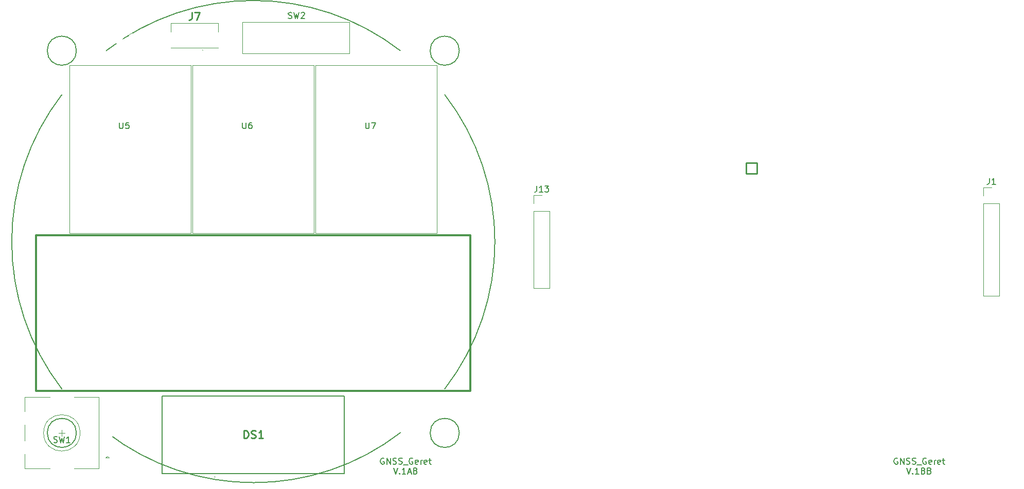
<source format=gto>
G04 #@! TF.GenerationSoftware,KiCad,Pcbnew,8.0.4*
G04 #@! TF.CreationDate,2024-07-29T21:25:00+02:00*
G04 #@! TF.ProjectId,gps,6770732e-6b69-4636-9164-5f7063625858,rev?*
G04 #@! TF.SameCoordinates,Original*
G04 #@! TF.FileFunction,Legend,Top*
G04 #@! TF.FilePolarity,Positive*
%FSLAX46Y46*%
G04 Gerber Fmt 4.6, Leading zero omitted, Abs format (unit mm)*
G04 Created by KiCad (PCBNEW 8.0.4) date 2024-07-29 21:25:00*
%MOMM*%
%LPD*%
G01*
G04 APERTURE LIST*
G04 Aperture macros list*
%AMRoundRect*
0 Rectangle with rounded corners*
0 $1 Rounding radius*
0 $2 $3 $4 $5 $6 $7 $8 $9 X,Y pos of 4 corners*
0 Add a 4 corners polygon primitive as box body*
4,1,4,$2,$3,$4,$5,$6,$7,$8,$9,$2,$3,0*
0 Add four circle primitives for the rounded corners*
1,1,$1+$1,$2,$3*
1,1,$1+$1,$4,$5*
1,1,$1+$1,$6,$7*
1,1,$1+$1,$8,$9*
0 Add four rect primitives between the rounded corners*
20,1,$1+$1,$2,$3,$4,$5,0*
20,1,$1+$1,$4,$5,$6,$7,0*
20,1,$1+$1,$6,$7,$8,$9,0*
20,1,$1+$1,$8,$9,$2,$3,0*%
G04 Aperture macros list end*
%ADD10C,0.150000*%
%ADD11C,0.254000*%
%ADD12C,0.120000*%
%ADD13C,0.100000*%
%ADD14C,0.300000*%
%ADD15C,0.200000*%
%ADD16C,1.700000*%
%ADD17C,4.300000*%
%ADD18C,1.800000*%
%ADD19C,1.600000*%
%ADD20C,0.800000*%
%ADD21C,1.803150*%
%ADD22R,1.700000X1.700000*%
%ADD23O,1.700000X1.700000*%
%ADD24R,1.337000X1.337000*%
%ADD25C,1.337000*%
%ADD26R,2.000000X2.000000*%
%ADD27C,2.000000*%
%ADD28RoundRect,0.102000X0.900000X0.900000X-0.900000X0.900000X-0.900000X-0.900000X0.900000X-0.900000X0*%
%ADD29C,2.004000*%
%ADD30C,2.300000*%
G04 APERTURE END LIST*
D10*
X125500000Y-58750000D02*
G75*
G02*
X125500000Y-107250000I-31500070J-24250000D01*
G01*
X118269930Y-114426334D02*
G75*
G02*
X69869930Y-114426334I-24200000J31254975D01*
G01*
X69800000Y-51500000D02*
G75*
G02*
X118200000Y-51500000I24200000J-31254975D01*
G01*
X64900000Y-114500000D02*
G75*
G02*
X60100000Y-114500000I-2400000J0D01*
G01*
X60100000Y-114500000D02*
G75*
G02*
X64900000Y-114500000I2400000J0D01*
G01*
X127900000Y-51500000D02*
G75*
G02*
X123100000Y-51500000I-2400000J0D01*
G01*
X123100000Y-51500000D02*
G75*
G02*
X127900000Y-51500000I2400000J0D01*
G01*
X64900000Y-51500000D02*
G75*
G02*
X60100000Y-51500000I-2400000J0D01*
G01*
X60100000Y-51500000D02*
G75*
G02*
X64900000Y-51500000I2400000J0D01*
G01*
X127900000Y-114500000D02*
G75*
G02*
X123100000Y-114500000I-2400000J0D01*
G01*
X123100000Y-114500000D02*
G75*
G02*
X127900000Y-114500000I2400000J0D01*
G01*
X62500000Y-107250000D02*
G75*
G02*
X62500000Y-58750000I31566670J24250000D01*
G01*
X115502380Y-118697550D02*
X115407142Y-118649931D01*
X115407142Y-118649931D02*
X115264285Y-118649931D01*
X115264285Y-118649931D02*
X115121428Y-118697550D01*
X115121428Y-118697550D02*
X115026190Y-118792788D01*
X115026190Y-118792788D02*
X114978571Y-118888026D01*
X114978571Y-118888026D02*
X114930952Y-119078502D01*
X114930952Y-119078502D02*
X114930952Y-119221359D01*
X114930952Y-119221359D02*
X114978571Y-119411835D01*
X114978571Y-119411835D02*
X115026190Y-119507073D01*
X115026190Y-119507073D02*
X115121428Y-119602312D01*
X115121428Y-119602312D02*
X115264285Y-119649931D01*
X115264285Y-119649931D02*
X115359523Y-119649931D01*
X115359523Y-119649931D02*
X115502380Y-119602312D01*
X115502380Y-119602312D02*
X115549999Y-119554692D01*
X115549999Y-119554692D02*
X115549999Y-119221359D01*
X115549999Y-119221359D02*
X115359523Y-119221359D01*
X115978571Y-119649931D02*
X115978571Y-118649931D01*
X115978571Y-118649931D02*
X116549999Y-119649931D01*
X116549999Y-119649931D02*
X116549999Y-118649931D01*
X116978571Y-119602312D02*
X117121428Y-119649931D01*
X117121428Y-119649931D02*
X117359523Y-119649931D01*
X117359523Y-119649931D02*
X117454761Y-119602312D01*
X117454761Y-119602312D02*
X117502380Y-119554692D01*
X117502380Y-119554692D02*
X117549999Y-119459454D01*
X117549999Y-119459454D02*
X117549999Y-119364216D01*
X117549999Y-119364216D02*
X117502380Y-119268978D01*
X117502380Y-119268978D02*
X117454761Y-119221359D01*
X117454761Y-119221359D02*
X117359523Y-119173740D01*
X117359523Y-119173740D02*
X117169047Y-119126121D01*
X117169047Y-119126121D02*
X117073809Y-119078502D01*
X117073809Y-119078502D02*
X117026190Y-119030883D01*
X117026190Y-119030883D02*
X116978571Y-118935645D01*
X116978571Y-118935645D02*
X116978571Y-118840407D01*
X116978571Y-118840407D02*
X117026190Y-118745169D01*
X117026190Y-118745169D02*
X117073809Y-118697550D01*
X117073809Y-118697550D02*
X117169047Y-118649931D01*
X117169047Y-118649931D02*
X117407142Y-118649931D01*
X117407142Y-118649931D02*
X117549999Y-118697550D01*
X117930952Y-119602312D02*
X118073809Y-119649931D01*
X118073809Y-119649931D02*
X118311904Y-119649931D01*
X118311904Y-119649931D02*
X118407142Y-119602312D01*
X118407142Y-119602312D02*
X118454761Y-119554692D01*
X118454761Y-119554692D02*
X118502380Y-119459454D01*
X118502380Y-119459454D02*
X118502380Y-119364216D01*
X118502380Y-119364216D02*
X118454761Y-119268978D01*
X118454761Y-119268978D02*
X118407142Y-119221359D01*
X118407142Y-119221359D02*
X118311904Y-119173740D01*
X118311904Y-119173740D02*
X118121428Y-119126121D01*
X118121428Y-119126121D02*
X118026190Y-119078502D01*
X118026190Y-119078502D02*
X117978571Y-119030883D01*
X117978571Y-119030883D02*
X117930952Y-118935645D01*
X117930952Y-118935645D02*
X117930952Y-118840407D01*
X117930952Y-118840407D02*
X117978571Y-118745169D01*
X117978571Y-118745169D02*
X118026190Y-118697550D01*
X118026190Y-118697550D02*
X118121428Y-118649931D01*
X118121428Y-118649931D02*
X118359523Y-118649931D01*
X118359523Y-118649931D02*
X118502380Y-118697550D01*
X118692857Y-119745169D02*
X119454761Y-119745169D01*
X120216666Y-118697550D02*
X120121428Y-118649931D01*
X120121428Y-118649931D02*
X119978571Y-118649931D01*
X119978571Y-118649931D02*
X119835714Y-118697550D01*
X119835714Y-118697550D02*
X119740476Y-118792788D01*
X119740476Y-118792788D02*
X119692857Y-118888026D01*
X119692857Y-118888026D02*
X119645238Y-119078502D01*
X119645238Y-119078502D02*
X119645238Y-119221359D01*
X119645238Y-119221359D02*
X119692857Y-119411835D01*
X119692857Y-119411835D02*
X119740476Y-119507073D01*
X119740476Y-119507073D02*
X119835714Y-119602312D01*
X119835714Y-119602312D02*
X119978571Y-119649931D01*
X119978571Y-119649931D02*
X120073809Y-119649931D01*
X120073809Y-119649931D02*
X120216666Y-119602312D01*
X120216666Y-119602312D02*
X120264285Y-119554692D01*
X120264285Y-119554692D02*
X120264285Y-119221359D01*
X120264285Y-119221359D02*
X120073809Y-119221359D01*
X121073809Y-119602312D02*
X120978571Y-119649931D01*
X120978571Y-119649931D02*
X120788095Y-119649931D01*
X120788095Y-119649931D02*
X120692857Y-119602312D01*
X120692857Y-119602312D02*
X120645238Y-119507073D01*
X120645238Y-119507073D02*
X120645238Y-119126121D01*
X120645238Y-119126121D02*
X120692857Y-119030883D01*
X120692857Y-119030883D02*
X120788095Y-118983264D01*
X120788095Y-118983264D02*
X120978571Y-118983264D01*
X120978571Y-118983264D02*
X121073809Y-119030883D01*
X121073809Y-119030883D02*
X121121428Y-119126121D01*
X121121428Y-119126121D02*
X121121428Y-119221359D01*
X121121428Y-119221359D02*
X120645238Y-119316597D01*
X121550000Y-119649931D02*
X121550000Y-118983264D01*
X121550000Y-119173740D02*
X121597619Y-119078502D01*
X121597619Y-119078502D02*
X121645238Y-119030883D01*
X121645238Y-119030883D02*
X121740476Y-118983264D01*
X121740476Y-118983264D02*
X121835714Y-118983264D01*
X122550000Y-119602312D02*
X122454762Y-119649931D01*
X122454762Y-119649931D02*
X122264286Y-119649931D01*
X122264286Y-119649931D02*
X122169048Y-119602312D01*
X122169048Y-119602312D02*
X122121429Y-119507073D01*
X122121429Y-119507073D02*
X122121429Y-119126121D01*
X122121429Y-119126121D02*
X122169048Y-119030883D01*
X122169048Y-119030883D02*
X122264286Y-118983264D01*
X122264286Y-118983264D02*
X122454762Y-118983264D01*
X122454762Y-118983264D02*
X122550000Y-119030883D01*
X122550000Y-119030883D02*
X122597619Y-119126121D01*
X122597619Y-119126121D02*
X122597619Y-119221359D01*
X122597619Y-119221359D02*
X122121429Y-119316597D01*
X122883334Y-118983264D02*
X123264286Y-118983264D01*
X123026191Y-118649931D02*
X123026191Y-119507073D01*
X123026191Y-119507073D02*
X123073810Y-119602312D01*
X123073810Y-119602312D02*
X123169048Y-119649931D01*
X123169048Y-119649931D02*
X123264286Y-119649931D01*
X117073810Y-120259875D02*
X117407143Y-121259875D01*
X117407143Y-121259875D02*
X117740476Y-120259875D01*
X118073810Y-121164636D02*
X118121429Y-121212256D01*
X118121429Y-121212256D02*
X118073810Y-121259875D01*
X118073810Y-121259875D02*
X118026191Y-121212256D01*
X118026191Y-121212256D02*
X118073810Y-121164636D01*
X118073810Y-121164636D02*
X118073810Y-121259875D01*
X119073809Y-121259875D02*
X118502381Y-121259875D01*
X118788095Y-121259875D02*
X118788095Y-120259875D01*
X118788095Y-120259875D02*
X118692857Y-120402732D01*
X118692857Y-120402732D02*
X118597619Y-120497970D01*
X118597619Y-120497970D02*
X118502381Y-120545589D01*
X119454762Y-120974160D02*
X119930952Y-120974160D01*
X119359524Y-121259875D02*
X119692857Y-120259875D01*
X119692857Y-120259875D02*
X120026190Y-121259875D01*
X120692857Y-120736065D02*
X120835714Y-120783684D01*
X120835714Y-120783684D02*
X120883333Y-120831303D01*
X120883333Y-120831303D02*
X120930952Y-120926541D01*
X120930952Y-120926541D02*
X120930952Y-121069398D01*
X120930952Y-121069398D02*
X120883333Y-121164636D01*
X120883333Y-121164636D02*
X120835714Y-121212256D01*
X120835714Y-121212256D02*
X120740476Y-121259875D01*
X120740476Y-121259875D02*
X120359524Y-121259875D01*
X120359524Y-121259875D02*
X120359524Y-120259875D01*
X120359524Y-120259875D02*
X120692857Y-120259875D01*
X120692857Y-120259875D02*
X120788095Y-120307494D01*
X120788095Y-120307494D02*
X120835714Y-120355113D01*
X120835714Y-120355113D02*
X120883333Y-120450351D01*
X120883333Y-120450351D02*
X120883333Y-120545589D01*
X120883333Y-120545589D02*
X120835714Y-120640827D01*
X120835714Y-120640827D02*
X120788095Y-120688446D01*
X120788095Y-120688446D02*
X120692857Y-120736065D01*
X120692857Y-120736065D02*
X120359524Y-120736065D01*
X200002380Y-118697550D02*
X199907142Y-118649931D01*
X199907142Y-118649931D02*
X199764285Y-118649931D01*
X199764285Y-118649931D02*
X199621428Y-118697550D01*
X199621428Y-118697550D02*
X199526190Y-118792788D01*
X199526190Y-118792788D02*
X199478571Y-118888026D01*
X199478571Y-118888026D02*
X199430952Y-119078502D01*
X199430952Y-119078502D02*
X199430952Y-119221359D01*
X199430952Y-119221359D02*
X199478571Y-119411835D01*
X199478571Y-119411835D02*
X199526190Y-119507073D01*
X199526190Y-119507073D02*
X199621428Y-119602312D01*
X199621428Y-119602312D02*
X199764285Y-119649931D01*
X199764285Y-119649931D02*
X199859523Y-119649931D01*
X199859523Y-119649931D02*
X200002380Y-119602312D01*
X200002380Y-119602312D02*
X200049999Y-119554692D01*
X200049999Y-119554692D02*
X200049999Y-119221359D01*
X200049999Y-119221359D02*
X199859523Y-119221359D01*
X200478571Y-119649931D02*
X200478571Y-118649931D01*
X200478571Y-118649931D02*
X201049999Y-119649931D01*
X201049999Y-119649931D02*
X201049999Y-118649931D01*
X201478571Y-119602312D02*
X201621428Y-119649931D01*
X201621428Y-119649931D02*
X201859523Y-119649931D01*
X201859523Y-119649931D02*
X201954761Y-119602312D01*
X201954761Y-119602312D02*
X202002380Y-119554692D01*
X202002380Y-119554692D02*
X202049999Y-119459454D01*
X202049999Y-119459454D02*
X202049999Y-119364216D01*
X202049999Y-119364216D02*
X202002380Y-119268978D01*
X202002380Y-119268978D02*
X201954761Y-119221359D01*
X201954761Y-119221359D02*
X201859523Y-119173740D01*
X201859523Y-119173740D02*
X201669047Y-119126121D01*
X201669047Y-119126121D02*
X201573809Y-119078502D01*
X201573809Y-119078502D02*
X201526190Y-119030883D01*
X201526190Y-119030883D02*
X201478571Y-118935645D01*
X201478571Y-118935645D02*
X201478571Y-118840407D01*
X201478571Y-118840407D02*
X201526190Y-118745169D01*
X201526190Y-118745169D02*
X201573809Y-118697550D01*
X201573809Y-118697550D02*
X201669047Y-118649931D01*
X201669047Y-118649931D02*
X201907142Y-118649931D01*
X201907142Y-118649931D02*
X202049999Y-118697550D01*
X202430952Y-119602312D02*
X202573809Y-119649931D01*
X202573809Y-119649931D02*
X202811904Y-119649931D01*
X202811904Y-119649931D02*
X202907142Y-119602312D01*
X202907142Y-119602312D02*
X202954761Y-119554692D01*
X202954761Y-119554692D02*
X203002380Y-119459454D01*
X203002380Y-119459454D02*
X203002380Y-119364216D01*
X203002380Y-119364216D02*
X202954761Y-119268978D01*
X202954761Y-119268978D02*
X202907142Y-119221359D01*
X202907142Y-119221359D02*
X202811904Y-119173740D01*
X202811904Y-119173740D02*
X202621428Y-119126121D01*
X202621428Y-119126121D02*
X202526190Y-119078502D01*
X202526190Y-119078502D02*
X202478571Y-119030883D01*
X202478571Y-119030883D02*
X202430952Y-118935645D01*
X202430952Y-118935645D02*
X202430952Y-118840407D01*
X202430952Y-118840407D02*
X202478571Y-118745169D01*
X202478571Y-118745169D02*
X202526190Y-118697550D01*
X202526190Y-118697550D02*
X202621428Y-118649931D01*
X202621428Y-118649931D02*
X202859523Y-118649931D01*
X202859523Y-118649931D02*
X203002380Y-118697550D01*
X203192857Y-119745169D02*
X203954761Y-119745169D01*
X204716666Y-118697550D02*
X204621428Y-118649931D01*
X204621428Y-118649931D02*
X204478571Y-118649931D01*
X204478571Y-118649931D02*
X204335714Y-118697550D01*
X204335714Y-118697550D02*
X204240476Y-118792788D01*
X204240476Y-118792788D02*
X204192857Y-118888026D01*
X204192857Y-118888026D02*
X204145238Y-119078502D01*
X204145238Y-119078502D02*
X204145238Y-119221359D01*
X204145238Y-119221359D02*
X204192857Y-119411835D01*
X204192857Y-119411835D02*
X204240476Y-119507073D01*
X204240476Y-119507073D02*
X204335714Y-119602312D01*
X204335714Y-119602312D02*
X204478571Y-119649931D01*
X204478571Y-119649931D02*
X204573809Y-119649931D01*
X204573809Y-119649931D02*
X204716666Y-119602312D01*
X204716666Y-119602312D02*
X204764285Y-119554692D01*
X204764285Y-119554692D02*
X204764285Y-119221359D01*
X204764285Y-119221359D02*
X204573809Y-119221359D01*
X205573809Y-119602312D02*
X205478571Y-119649931D01*
X205478571Y-119649931D02*
X205288095Y-119649931D01*
X205288095Y-119649931D02*
X205192857Y-119602312D01*
X205192857Y-119602312D02*
X205145238Y-119507073D01*
X205145238Y-119507073D02*
X205145238Y-119126121D01*
X205145238Y-119126121D02*
X205192857Y-119030883D01*
X205192857Y-119030883D02*
X205288095Y-118983264D01*
X205288095Y-118983264D02*
X205478571Y-118983264D01*
X205478571Y-118983264D02*
X205573809Y-119030883D01*
X205573809Y-119030883D02*
X205621428Y-119126121D01*
X205621428Y-119126121D02*
X205621428Y-119221359D01*
X205621428Y-119221359D02*
X205145238Y-119316597D01*
X206050000Y-119649931D02*
X206050000Y-118983264D01*
X206050000Y-119173740D02*
X206097619Y-119078502D01*
X206097619Y-119078502D02*
X206145238Y-119030883D01*
X206145238Y-119030883D02*
X206240476Y-118983264D01*
X206240476Y-118983264D02*
X206335714Y-118983264D01*
X207050000Y-119602312D02*
X206954762Y-119649931D01*
X206954762Y-119649931D02*
X206764286Y-119649931D01*
X206764286Y-119649931D02*
X206669048Y-119602312D01*
X206669048Y-119602312D02*
X206621429Y-119507073D01*
X206621429Y-119507073D02*
X206621429Y-119126121D01*
X206621429Y-119126121D02*
X206669048Y-119030883D01*
X206669048Y-119030883D02*
X206764286Y-118983264D01*
X206764286Y-118983264D02*
X206954762Y-118983264D01*
X206954762Y-118983264D02*
X207050000Y-119030883D01*
X207050000Y-119030883D02*
X207097619Y-119126121D01*
X207097619Y-119126121D02*
X207097619Y-119221359D01*
X207097619Y-119221359D02*
X206621429Y-119316597D01*
X207383334Y-118983264D02*
X207764286Y-118983264D01*
X207526191Y-118649931D02*
X207526191Y-119507073D01*
X207526191Y-119507073D02*
X207573810Y-119602312D01*
X207573810Y-119602312D02*
X207669048Y-119649931D01*
X207669048Y-119649931D02*
X207764286Y-119649931D01*
X201502381Y-120259875D02*
X201835714Y-121259875D01*
X201835714Y-121259875D02*
X202169047Y-120259875D01*
X202502381Y-121164636D02*
X202550000Y-121212256D01*
X202550000Y-121212256D02*
X202502381Y-121259875D01*
X202502381Y-121259875D02*
X202454762Y-121212256D01*
X202454762Y-121212256D02*
X202502381Y-121164636D01*
X202502381Y-121164636D02*
X202502381Y-121259875D01*
X203502380Y-121259875D02*
X202930952Y-121259875D01*
X203216666Y-121259875D02*
X203216666Y-120259875D01*
X203216666Y-120259875D02*
X203121428Y-120402732D01*
X203121428Y-120402732D02*
X203026190Y-120497970D01*
X203026190Y-120497970D02*
X202930952Y-120545589D01*
X204264285Y-120736065D02*
X204407142Y-120783684D01*
X204407142Y-120783684D02*
X204454761Y-120831303D01*
X204454761Y-120831303D02*
X204502380Y-120926541D01*
X204502380Y-120926541D02*
X204502380Y-121069398D01*
X204502380Y-121069398D02*
X204454761Y-121164636D01*
X204454761Y-121164636D02*
X204407142Y-121212256D01*
X204407142Y-121212256D02*
X204311904Y-121259875D01*
X204311904Y-121259875D02*
X203930952Y-121259875D01*
X203930952Y-121259875D02*
X203930952Y-120259875D01*
X203930952Y-120259875D02*
X204264285Y-120259875D01*
X204264285Y-120259875D02*
X204359523Y-120307494D01*
X204359523Y-120307494D02*
X204407142Y-120355113D01*
X204407142Y-120355113D02*
X204454761Y-120450351D01*
X204454761Y-120450351D02*
X204454761Y-120545589D01*
X204454761Y-120545589D02*
X204407142Y-120640827D01*
X204407142Y-120640827D02*
X204359523Y-120688446D01*
X204359523Y-120688446D02*
X204264285Y-120736065D01*
X204264285Y-120736065D02*
X203930952Y-120736065D01*
X205264285Y-120736065D02*
X205407142Y-120783684D01*
X205407142Y-120783684D02*
X205454761Y-120831303D01*
X205454761Y-120831303D02*
X205502380Y-120926541D01*
X205502380Y-120926541D02*
X205502380Y-121069398D01*
X205502380Y-121069398D02*
X205454761Y-121164636D01*
X205454761Y-121164636D02*
X205407142Y-121212256D01*
X205407142Y-121212256D02*
X205311904Y-121259875D01*
X205311904Y-121259875D02*
X204930952Y-121259875D01*
X204930952Y-121259875D02*
X204930952Y-120259875D01*
X204930952Y-120259875D02*
X205264285Y-120259875D01*
X205264285Y-120259875D02*
X205359523Y-120307494D01*
X205359523Y-120307494D02*
X205407142Y-120355113D01*
X205407142Y-120355113D02*
X205454761Y-120450351D01*
X205454761Y-120450351D02*
X205454761Y-120545589D01*
X205454761Y-120545589D02*
X205407142Y-120640827D01*
X205407142Y-120640827D02*
X205359523Y-120688446D01*
X205359523Y-120688446D02*
X205264285Y-120736065D01*
X205264285Y-120736065D02*
X204930952Y-120736065D01*
X92238095Y-63354819D02*
X92238095Y-64164342D01*
X92238095Y-64164342D02*
X92285714Y-64259580D01*
X92285714Y-64259580D02*
X92333333Y-64307200D01*
X92333333Y-64307200D02*
X92428571Y-64354819D01*
X92428571Y-64354819D02*
X92619047Y-64354819D01*
X92619047Y-64354819D02*
X92714285Y-64307200D01*
X92714285Y-64307200D02*
X92761904Y-64259580D01*
X92761904Y-64259580D02*
X92809523Y-64164342D01*
X92809523Y-64164342D02*
X92809523Y-63354819D01*
X93714285Y-63354819D02*
X93523809Y-63354819D01*
X93523809Y-63354819D02*
X93428571Y-63402438D01*
X93428571Y-63402438D02*
X93380952Y-63450057D01*
X93380952Y-63450057D02*
X93285714Y-63592914D01*
X93285714Y-63592914D02*
X93238095Y-63783390D01*
X93238095Y-63783390D02*
X93238095Y-64164342D01*
X93238095Y-64164342D02*
X93285714Y-64259580D01*
X93285714Y-64259580D02*
X93333333Y-64307200D01*
X93333333Y-64307200D02*
X93428571Y-64354819D01*
X93428571Y-64354819D02*
X93619047Y-64354819D01*
X93619047Y-64354819D02*
X93714285Y-64307200D01*
X93714285Y-64307200D02*
X93761904Y-64259580D01*
X93761904Y-64259580D02*
X93809523Y-64164342D01*
X93809523Y-64164342D02*
X93809523Y-63926247D01*
X93809523Y-63926247D02*
X93761904Y-63831009D01*
X93761904Y-63831009D02*
X93714285Y-63783390D01*
X93714285Y-63783390D02*
X93619047Y-63735771D01*
X93619047Y-63735771D02*
X93428571Y-63735771D01*
X93428571Y-63735771D02*
X93333333Y-63783390D01*
X93333333Y-63783390D02*
X93285714Y-63831009D01*
X93285714Y-63831009D02*
X93238095Y-63926247D01*
X99776667Y-46127200D02*
X99919524Y-46174819D01*
X99919524Y-46174819D02*
X100157619Y-46174819D01*
X100157619Y-46174819D02*
X100252857Y-46127200D01*
X100252857Y-46127200D02*
X100300476Y-46079580D01*
X100300476Y-46079580D02*
X100348095Y-45984342D01*
X100348095Y-45984342D02*
X100348095Y-45889104D01*
X100348095Y-45889104D02*
X100300476Y-45793866D01*
X100300476Y-45793866D02*
X100252857Y-45746247D01*
X100252857Y-45746247D02*
X100157619Y-45698628D01*
X100157619Y-45698628D02*
X99967143Y-45651009D01*
X99967143Y-45651009D02*
X99871905Y-45603390D01*
X99871905Y-45603390D02*
X99824286Y-45555771D01*
X99824286Y-45555771D02*
X99776667Y-45460533D01*
X99776667Y-45460533D02*
X99776667Y-45365295D01*
X99776667Y-45365295D02*
X99824286Y-45270057D01*
X99824286Y-45270057D02*
X99871905Y-45222438D01*
X99871905Y-45222438D02*
X99967143Y-45174819D01*
X99967143Y-45174819D02*
X100205238Y-45174819D01*
X100205238Y-45174819D02*
X100348095Y-45222438D01*
X100681429Y-45174819D02*
X100919524Y-46174819D01*
X100919524Y-46174819D02*
X101110000Y-45460533D01*
X101110000Y-45460533D02*
X101300476Y-46174819D01*
X101300476Y-46174819D02*
X101538572Y-45174819D01*
X101871905Y-45270057D02*
X101919524Y-45222438D01*
X101919524Y-45222438D02*
X102014762Y-45174819D01*
X102014762Y-45174819D02*
X102252857Y-45174819D01*
X102252857Y-45174819D02*
X102348095Y-45222438D01*
X102348095Y-45222438D02*
X102395714Y-45270057D01*
X102395714Y-45270057D02*
X102443333Y-45365295D01*
X102443333Y-45365295D02*
X102443333Y-45460533D01*
X102443333Y-45460533D02*
X102395714Y-45603390D01*
X102395714Y-45603390D02*
X101824286Y-46174819D01*
X101824286Y-46174819D02*
X102443333Y-46174819D01*
D11*
X83876667Y-45164318D02*
X83876667Y-46071461D01*
X83876667Y-46071461D02*
X83816190Y-46252889D01*
X83816190Y-46252889D02*
X83695238Y-46373842D01*
X83695238Y-46373842D02*
X83513809Y-46434318D01*
X83513809Y-46434318D02*
X83392857Y-46434318D01*
X84360476Y-45164318D02*
X85207143Y-45164318D01*
X85207143Y-45164318D02*
X84662857Y-46434318D01*
D10*
X71988095Y-63354819D02*
X71988095Y-64164342D01*
X71988095Y-64164342D02*
X72035714Y-64259580D01*
X72035714Y-64259580D02*
X72083333Y-64307200D01*
X72083333Y-64307200D02*
X72178571Y-64354819D01*
X72178571Y-64354819D02*
X72369047Y-64354819D01*
X72369047Y-64354819D02*
X72464285Y-64307200D01*
X72464285Y-64307200D02*
X72511904Y-64259580D01*
X72511904Y-64259580D02*
X72559523Y-64164342D01*
X72559523Y-64164342D02*
X72559523Y-63354819D01*
X73511904Y-63354819D02*
X73035714Y-63354819D01*
X73035714Y-63354819D02*
X72988095Y-63831009D01*
X72988095Y-63831009D02*
X73035714Y-63783390D01*
X73035714Y-63783390D02*
X73130952Y-63735771D01*
X73130952Y-63735771D02*
X73369047Y-63735771D01*
X73369047Y-63735771D02*
X73464285Y-63783390D01*
X73464285Y-63783390D02*
X73511904Y-63831009D01*
X73511904Y-63831009D02*
X73559523Y-63926247D01*
X73559523Y-63926247D02*
X73559523Y-64164342D01*
X73559523Y-64164342D02*
X73511904Y-64259580D01*
X73511904Y-64259580D02*
X73464285Y-64307200D01*
X73464285Y-64307200D02*
X73369047Y-64354819D01*
X73369047Y-64354819D02*
X73130952Y-64354819D01*
X73130952Y-64354819D02*
X73035714Y-64307200D01*
X73035714Y-64307200D02*
X72988095Y-64259580D01*
X215116666Y-72504819D02*
X215116666Y-73219104D01*
X215116666Y-73219104D02*
X215069047Y-73361961D01*
X215069047Y-73361961D02*
X214973809Y-73457200D01*
X214973809Y-73457200D02*
X214830952Y-73504819D01*
X214830952Y-73504819D02*
X214735714Y-73504819D01*
X216116666Y-73504819D02*
X215545238Y-73504819D01*
X215830952Y-73504819D02*
X215830952Y-72504819D01*
X215830952Y-72504819D02*
X215735714Y-72647676D01*
X215735714Y-72647676D02*
X215640476Y-72742914D01*
X215640476Y-72742914D02*
X215545238Y-72790533D01*
X140640476Y-73774819D02*
X140640476Y-74489104D01*
X140640476Y-74489104D02*
X140592857Y-74631961D01*
X140592857Y-74631961D02*
X140497619Y-74727200D01*
X140497619Y-74727200D02*
X140354762Y-74774819D01*
X140354762Y-74774819D02*
X140259524Y-74774819D01*
X141640476Y-74774819D02*
X141069048Y-74774819D01*
X141354762Y-74774819D02*
X141354762Y-73774819D01*
X141354762Y-73774819D02*
X141259524Y-73917676D01*
X141259524Y-73917676D02*
X141164286Y-74012914D01*
X141164286Y-74012914D02*
X141069048Y-74060533D01*
X141973810Y-73774819D02*
X142592857Y-73774819D01*
X142592857Y-73774819D02*
X142259524Y-74155771D01*
X142259524Y-74155771D02*
X142402381Y-74155771D01*
X142402381Y-74155771D02*
X142497619Y-74203390D01*
X142497619Y-74203390D02*
X142545238Y-74251009D01*
X142545238Y-74251009D02*
X142592857Y-74346247D01*
X142592857Y-74346247D02*
X142592857Y-74584342D01*
X142592857Y-74584342D02*
X142545238Y-74679580D01*
X142545238Y-74679580D02*
X142497619Y-74727200D01*
X142497619Y-74727200D02*
X142402381Y-74774819D01*
X142402381Y-74774819D02*
X142116667Y-74774819D01*
X142116667Y-74774819D02*
X142021429Y-74727200D01*
X142021429Y-74727200D02*
X141973810Y-74679580D01*
X112488095Y-63354819D02*
X112488095Y-64164342D01*
X112488095Y-64164342D02*
X112535714Y-64259580D01*
X112535714Y-64259580D02*
X112583333Y-64307200D01*
X112583333Y-64307200D02*
X112678571Y-64354819D01*
X112678571Y-64354819D02*
X112869047Y-64354819D01*
X112869047Y-64354819D02*
X112964285Y-64307200D01*
X112964285Y-64307200D02*
X113011904Y-64259580D01*
X113011904Y-64259580D02*
X113059523Y-64164342D01*
X113059523Y-64164342D02*
X113059523Y-63354819D01*
X113440476Y-63354819D02*
X114107142Y-63354819D01*
X114107142Y-63354819D02*
X113678571Y-64354819D01*
D11*
X92457856Y-115374318D02*
X92457856Y-114104318D01*
X92457856Y-114104318D02*
X92760237Y-114104318D01*
X92760237Y-114104318D02*
X92941666Y-114164794D01*
X92941666Y-114164794D02*
X93062618Y-114285746D01*
X93062618Y-114285746D02*
X93123095Y-114406699D01*
X93123095Y-114406699D02*
X93183571Y-114648603D01*
X93183571Y-114648603D02*
X93183571Y-114830032D01*
X93183571Y-114830032D02*
X93123095Y-115071937D01*
X93123095Y-115071937D02*
X93062618Y-115192889D01*
X93062618Y-115192889D02*
X92941666Y-115313842D01*
X92941666Y-115313842D02*
X92760237Y-115374318D01*
X92760237Y-115374318D02*
X92457856Y-115374318D01*
X93667380Y-115313842D02*
X93848809Y-115374318D01*
X93848809Y-115374318D02*
X94151190Y-115374318D01*
X94151190Y-115374318D02*
X94272142Y-115313842D01*
X94272142Y-115313842D02*
X94332618Y-115253365D01*
X94332618Y-115253365D02*
X94393095Y-115132413D01*
X94393095Y-115132413D02*
X94393095Y-115011461D01*
X94393095Y-115011461D02*
X94332618Y-114890508D01*
X94332618Y-114890508D02*
X94272142Y-114830032D01*
X94272142Y-114830032D02*
X94151190Y-114769556D01*
X94151190Y-114769556D02*
X93909285Y-114709080D01*
X93909285Y-114709080D02*
X93788333Y-114648603D01*
X93788333Y-114648603D02*
X93727856Y-114588127D01*
X93727856Y-114588127D02*
X93667380Y-114467175D01*
X93667380Y-114467175D02*
X93667380Y-114346222D01*
X93667380Y-114346222D02*
X93727856Y-114225270D01*
X93727856Y-114225270D02*
X93788333Y-114164794D01*
X93788333Y-114164794D02*
X93909285Y-114104318D01*
X93909285Y-114104318D02*
X94211666Y-114104318D01*
X94211666Y-114104318D02*
X94393095Y-114164794D01*
X95602619Y-115374318D02*
X94876904Y-115374318D01*
X95239761Y-115374318D02*
X95239761Y-114104318D01*
X95239761Y-114104318D02*
X95118809Y-114285746D01*
X95118809Y-114285746D02*
X94997857Y-114406699D01*
X94997857Y-114406699D02*
X94876904Y-114467175D01*
D10*
X61176667Y-116047200D02*
X61319524Y-116094819D01*
X61319524Y-116094819D02*
X61557619Y-116094819D01*
X61557619Y-116094819D02*
X61652857Y-116047200D01*
X61652857Y-116047200D02*
X61700476Y-115999580D01*
X61700476Y-115999580D02*
X61748095Y-115904342D01*
X61748095Y-115904342D02*
X61748095Y-115809104D01*
X61748095Y-115809104D02*
X61700476Y-115713866D01*
X61700476Y-115713866D02*
X61652857Y-115666247D01*
X61652857Y-115666247D02*
X61557619Y-115618628D01*
X61557619Y-115618628D02*
X61367143Y-115571009D01*
X61367143Y-115571009D02*
X61271905Y-115523390D01*
X61271905Y-115523390D02*
X61224286Y-115475771D01*
X61224286Y-115475771D02*
X61176667Y-115380533D01*
X61176667Y-115380533D02*
X61176667Y-115285295D01*
X61176667Y-115285295D02*
X61224286Y-115190057D01*
X61224286Y-115190057D02*
X61271905Y-115142438D01*
X61271905Y-115142438D02*
X61367143Y-115094819D01*
X61367143Y-115094819D02*
X61605238Y-115094819D01*
X61605238Y-115094819D02*
X61748095Y-115142438D01*
X62081429Y-115094819D02*
X62319524Y-116094819D01*
X62319524Y-116094819D02*
X62510000Y-115380533D01*
X62510000Y-115380533D02*
X62700476Y-116094819D01*
X62700476Y-116094819D02*
X62938572Y-115094819D01*
X63843333Y-116094819D02*
X63271905Y-116094819D01*
X63557619Y-116094819D02*
X63557619Y-115094819D01*
X63557619Y-115094819D02*
X63462381Y-115237676D01*
X63462381Y-115237676D02*
X63367143Y-115332914D01*
X63367143Y-115332914D02*
X63271905Y-115380533D01*
D12*
X84000000Y-53900000D02*
X104000000Y-53900000D01*
X104000000Y-81600000D01*
X84000000Y-81600000D01*
X84000000Y-53900000D01*
X109830000Y-51930000D02*
X92230000Y-51930000D01*
X92230000Y-46830000D01*
X109830000Y-46830000D01*
X109830000Y-51930000D01*
D13*
X80420000Y-46985000D02*
X80420000Y-48430000D01*
X85620000Y-51385000D02*
X85620000Y-51385000D01*
X85720000Y-51385000D02*
X85720000Y-51385000D01*
X88220000Y-46985000D02*
X80420000Y-46985000D01*
X88220000Y-48430000D02*
X88220000Y-46985000D01*
X88220000Y-50985000D02*
X80420000Y-50985000D01*
X85620000Y-51385000D02*
G75*
G02*
X85720000Y-51385000I50000J0D01*
G01*
X85720000Y-51385000D02*
G75*
G02*
X85620000Y-51385000I-50000J0D01*
G01*
D14*
X58250000Y-81900000D02*
X129750000Y-81900000D01*
X129750000Y-107600000D01*
X58250000Y-107600000D01*
X58250000Y-81900000D01*
D12*
X63750000Y-53900000D02*
X83750000Y-53900000D01*
X83750000Y-81600000D01*
X63750000Y-81600000D01*
X63750000Y-53900000D01*
X214120000Y-74050000D02*
X215450000Y-74050000D01*
X214120000Y-75380000D02*
X214120000Y-74050000D01*
X214120000Y-76650000D02*
X214120000Y-91950000D01*
X214120000Y-76650000D02*
X216780000Y-76650000D01*
X214120000Y-91950000D02*
X216780000Y-91950000D01*
X216780000Y-76650000D02*
X216780000Y-91950000D01*
X140120000Y-75320000D02*
X141450000Y-75320000D01*
X140120000Y-76650000D02*
X140120000Y-75320000D01*
X140120000Y-77920000D02*
X140120000Y-90680000D01*
X140120000Y-77920000D02*
X142780000Y-77920000D01*
X140120000Y-90680000D02*
X142780000Y-90680000D01*
X142780000Y-77920000D02*
X142780000Y-90680000D01*
X104250000Y-53900000D02*
X124250000Y-53900000D01*
X124250000Y-81600000D01*
X104250000Y-81600000D01*
X104250000Y-53900000D01*
D15*
X78990000Y-108400000D02*
X109010000Y-108400000D01*
X78990000Y-121200000D02*
X78990000Y-108400000D01*
D13*
X87650000Y-121680000D02*
X87650000Y-121680000D01*
X87650000Y-121780000D02*
X87650000Y-121780000D01*
D15*
X109010000Y-108400000D02*
X109010000Y-121200000D01*
X109010000Y-121200000D02*
X78990000Y-121200000D01*
D13*
X87650000Y-121680000D02*
G75*
G02*
X87650000Y-121780000I0J-50000D01*
G01*
X87650000Y-121780000D02*
G75*
G02*
X87650000Y-121680000I0J50000D01*
G01*
D12*
X56400000Y-108600000D02*
X60500000Y-108600000D01*
X56400000Y-111000000D02*
X56400000Y-108600000D01*
X56400000Y-115800000D02*
X56400000Y-113200000D01*
X56400000Y-120400000D02*
X56400000Y-118000000D01*
X60500000Y-120400000D02*
X56400000Y-120400000D01*
X62500000Y-115000000D02*
X62500000Y-114000000D01*
X63000000Y-114500000D02*
X62000000Y-114500000D01*
X64500000Y-108600000D02*
X68600000Y-108600000D01*
X64500000Y-120400000D02*
X68600000Y-120400000D01*
X68600000Y-120400000D02*
X68600000Y-108600000D01*
X69700000Y-118600000D02*
X70000000Y-118300000D01*
X70000000Y-118300000D02*
X70300000Y-118600000D01*
X70300000Y-118600000D02*
X69700000Y-118600000D01*
X65500000Y-114500000D02*
G75*
G02*
X59500000Y-114500000I-3000000J0D01*
G01*
X59500000Y-114500000D02*
G75*
G02*
X65500000Y-114500000I3000000J0D01*
G01*
%LPC*%
D16*
X86250000Y-56050000D03*
X101750000Y-56050000D03*
X86250000Y-58590000D03*
X86250000Y-61130000D03*
X101750000Y-61130000D03*
X101750000Y-58590000D03*
D17*
X125500000Y-114500000D03*
D18*
X105730000Y-49330000D03*
X101030000Y-49330000D03*
D19*
X108930000Y-50930000D03*
X108930000Y-47730000D03*
D18*
X96330000Y-49330000D03*
D19*
X93130000Y-50930000D03*
X93130000Y-47730000D03*
D20*
X85620000Y-49430000D03*
X84970000Y-48430000D03*
X84320000Y-49430000D03*
X83670000Y-48430000D03*
X83020000Y-49430000D03*
D21*
X87895000Y-49540000D03*
X80745000Y-49540000D03*
D17*
X125500000Y-51500000D03*
D16*
X87650000Y-105700000D03*
X90190000Y-105700000D03*
X92730000Y-105700000D03*
X95270000Y-105700000D03*
X97810000Y-105700000D03*
X100350000Y-105700000D03*
X100350000Y-83800000D03*
X97810000Y-83800000D03*
X95270000Y-83800000D03*
X92730000Y-83800000D03*
X90190000Y-83800000D03*
X87650000Y-83800000D03*
X66000000Y-56050000D03*
X81500000Y-56050000D03*
X66000000Y-58590000D03*
X66000000Y-61130000D03*
X81500000Y-61130000D03*
X81500000Y-58590000D03*
D17*
X62500000Y-51500000D03*
D22*
X215450000Y-75380000D03*
D23*
X215450000Y-77920000D03*
X215450000Y-80460000D03*
X215450000Y-83000000D03*
X215450000Y-85540000D03*
X215450000Y-88080000D03*
X215450000Y-90620000D03*
D22*
X141450000Y-76650000D03*
D23*
X141450000Y-79190000D03*
X141450000Y-81730000D03*
X141450000Y-84270000D03*
X141450000Y-86810000D03*
X141450000Y-89350000D03*
D16*
X106500000Y-56050000D03*
X122000000Y-56050000D03*
X106500000Y-58590000D03*
X106500000Y-61130000D03*
X122000000Y-61130000D03*
X122000000Y-58590000D03*
D24*
X87650000Y-119880000D03*
D25*
X90190000Y-119880000D03*
X92730000Y-119880000D03*
X95270000Y-119880000D03*
X97810000Y-119880000D03*
X100350000Y-119880000D03*
X102890000Y-119880000D03*
X102890000Y-109720000D03*
X95270000Y-109720000D03*
X92730000Y-109720000D03*
X87650000Y-109720000D03*
X85110000Y-109720000D03*
D26*
X70000000Y-117000000D03*
D27*
X70000000Y-112000000D03*
X70000000Y-114500000D03*
X55500000Y-117000000D03*
X55500000Y-112000000D03*
X180900000Y-119730000D03*
D17*
X200600000Y-114520000D03*
X146950000Y-70100000D03*
D22*
X130999930Y-75380000D03*
D23*
X130999930Y-77920000D03*
X130999930Y-80460000D03*
X130999930Y-83000000D03*
X130999930Y-85540000D03*
X130999930Y-88080000D03*
X130999930Y-90620000D03*
D22*
X216820000Y-95280000D03*
D23*
X214280000Y-95280000D03*
X211740000Y-95280000D03*
X209200000Y-95280000D03*
D27*
X175862500Y-61200000D03*
X153662500Y-118000000D03*
D28*
X176012500Y-70920000D03*
D29*
X176012500Y-73460000D03*
X176012500Y-76000000D03*
X176012500Y-78540000D03*
X176012500Y-81080000D03*
X176012500Y-83620000D03*
X176012500Y-86160000D03*
X176012500Y-88700000D03*
X176012500Y-91240000D03*
X176012500Y-93780000D03*
X176012500Y-96320000D03*
X176012500Y-98860000D03*
X176012500Y-101400000D03*
X176012500Y-103940000D03*
X176012500Y-106480000D03*
X176012500Y-109020000D03*
X176012500Y-111560000D03*
X176012500Y-114100000D03*
X153512500Y-114100000D03*
X153512500Y-111560000D03*
X153512500Y-109020000D03*
X153512500Y-106480000D03*
X153512500Y-93780000D03*
X153512500Y-91240000D03*
X153512500Y-88700000D03*
X153512500Y-86160000D03*
X153512500Y-83620000D03*
X153512500Y-81080000D03*
D17*
X210000000Y-51500000D03*
X200580000Y-70020000D03*
D27*
X79940000Y-70410000D03*
X146740000Y-110810000D03*
D22*
X56974930Y-76675000D03*
D23*
X56974930Y-79215000D03*
X56974930Y-81755000D03*
X56974930Y-84295000D03*
X56974930Y-86835000D03*
X56974930Y-89375000D03*
D17*
X210000000Y-114500000D03*
D27*
X180640000Y-112840000D03*
X185650000Y-88020000D03*
X185940000Y-72400000D03*
X185620000Y-81610000D03*
X146870000Y-91907500D03*
D22*
X146700000Y-61380000D03*
D23*
X144160000Y-61380000D03*
D30*
X213811250Y-105380000D03*
X211271250Y-107920000D03*
X216351250Y-107920000D03*
X211271250Y-102840000D03*
X216351250Y-102840000D03*
D27*
X146790000Y-115250000D03*
X146630000Y-105740000D03*
X146630000Y-99020000D03*
D22*
X76770000Y-49515000D03*
D23*
X74230000Y-49515000D03*
X71690000Y-49515000D03*
D17*
X147000000Y-51500000D03*
%LPD*%
M02*

</source>
